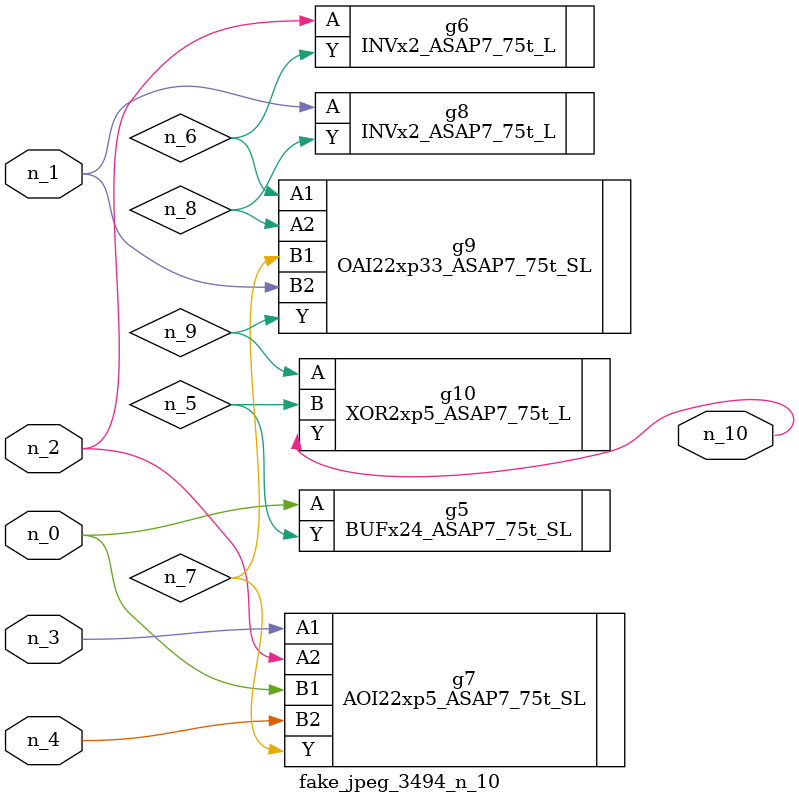
<source format=v>
module fake_jpeg_3494_n_10 (n_3, n_2, n_1, n_0, n_4, n_10);

input n_3;
input n_2;
input n_1;
input n_0;
input n_4;

output n_10;

wire n_8;
wire n_9;
wire n_6;
wire n_5;
wire n_7;

BUFx24_ASAP7_75t_SL g5 ( 
.A(n_0),
.Y(n_5)
);

INVx2_ASAP7_75t_L g6 ( 
.A(n_2),
.Y(n_6)
);

AOI22xp5_ASAP7_75t_SL g7 ( 
.A1(n_3),
.A2(n_2),
.B1(n_0),
.B2(n_4),
.Y(n_7)
);

INVx2_ASAP7_75t_L g8 ( 
.A(n_1),
.Y(n_8)
);

OAI22xp33_ASAP7_75t_SL g9 ( 
.A1(n_6),
.A2(n_8),
.B1(n_7),
.B2(n_1),
.Y(n_9)
);

XOR2xp5_ASAP7_75t_L g10 ( 
.A(n_9),
.B(n_5),
.Y(n_10)
);


endmodule
</source>
